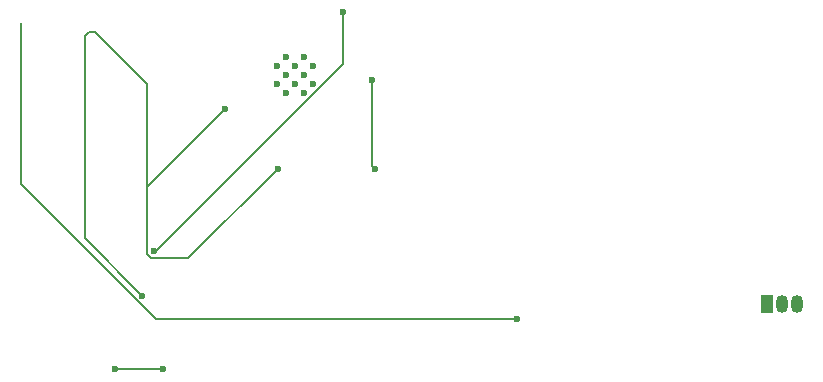
<source format=gbr>
%TF.GenerationSoftware,KiCad,Pcbnew,9.0.0*%
%TF.CreationDate,2025-04-07T09:31:54+05:30*%
%TF.ProjectId,PCB for IoT-based Smart Street Signage,50434220-666f-4722-9049-6f542d626173,rev?*%
%TF.SameCoordinates,Original*%
%TF.FileFunction,Copper,L2,Bot*%
%TF.FilePolarity,Positive*%
%FSLAX46Y46*%
G04 Gerber Fmt 4.6, Leading zero omitted, Abs format (unit mm)*
G04 Created by KiCad (PCBNEW 9.0.0) date 2025-04-07 09:31:54*
%MOMM*%
%LPD*%
G01*
G04 APERTURE LIST*
%TA.AperFunction,ComponentPad*%
%ADD10R,1.050000X1.500000*%
%TD*%
%TA.AperFunction,ComponentPad*%
%ADD11O,1.050000X1.500000*%
%TD*%
%TA.AperFunction,HeatsinkPad*%
%ADD12C,0.600000*%
%TD*%
%TA.AperFunction,ViaPad*%
%ADD13C,0.600000*%
%TD*%
%TA.AperFunction,ViaPad*%
%ADD14C,0.200000*%
%TD*%
%TA.AperFunction,Conductor*%
%ADD15C,0.200000*%
%TD*%
G04 APERTURE END LIST*
D10*
%TO.P,U3,1,~{RST}*%
%TO.N,Net-(U1-EN)*%
X165960000Y-108750000D03*
D11*
%TO.P,U3,2,VDD*%
%TO.N,GND*%
X167230000Y-108750000D03*
%TO.P,U3,3,VSS*%
%TO.N,+5V*%
X168500000Y-108750000D03*
%TD*%
D12*
%TO.P,U1,39,GND*%
%TO.N,GND*%
X124455000Y-88537500D03*
X124455000Y-90062500D03*
X125217500Y-87775000D03*
X125217500Y-89300000D03*
X125217500Y-90825000D03*
X125980000Y-88537500D03*
X125980000Y-90062500D03*
X126742500Y-87775000D03*
X126742500Y-89300000D03*
X126742500Y-90825000D03*
X127505000Y-88537500D03*
X127505000Y-90062500D03*
%TD*%
D13*
%TO.N,GND*%
X114750000Y-114250000D03*
X124500000Y-97250000D03*
X120000000Y-92250000D03*
X113000000Y-108000000D03*
X110750000Y-114250000D03*
%TO.N,Net-(DS1-D{slash}~{C})*%
X132500000Y-89750000D03*
X132750000Y-97250000D03*
%TO.N,Net-(DS1-R{slash}~{W})*%
X114000000Y-104250000D03*
X130000000Y-84000000D03*
%TO.N,Net-(U1-EN)*%
X144750000Y-110000000D03*
D14*
X102750000Y-85000000D03*
%TD*%
D15*
%TO.N,GND*%
X116899000Y-104851000D02*
X124500000Y-97250000D01*
X110750000Y-114250000D02*
X114750000Y-114250000D01*
X108998943Y-85649000D02*
X113399000Y-90049057D01*
X113399000Y-104498943D02*
X113399000Y-98851000D01*
X113751057Y-104851000D02*
X116899000Y-104851000D01*
X108149000Y-86001057D02*
X108501057Y-85649000D01*
X108149000Y-103149000D02*
X108149000Y-86001057D01*
X113399000Y-90049057D02*
X113399000Y-104498943D01*
X108501057Y-85649000D02*
X108998943Y-85649000D01*
X113399000Y-104498943D02*
X113751057Y-104851000D01*
X113000000Y-108000000D02*
X108149000Y-103149000D01*
X113399000Y-98851000D02*
X120000000Y-92250000D01*
%TO.N,Net-(DS1-D{slash}~{C})*%
X132500000Y-89750000D02*
X132500000Y-97000000D01*
X132500000Y-97000000D02*
X132750000Y-97250000D01*
%TO.N,Net-(DS1-R{slash}~{W})*%
X114167443Y-104250000D02*
X130000000Y-88417443D01*
X114000000Y-104250000D02*
X114167443Y-104250000D01*
X130000000Y-88417443D02*
X130000000Y-84000000D01*
%TO.N,Net-(U1-EN)*%
X144750000Y-110000000D02*
X114192484Y-110000000D01*
X102750000Y-98557516D02*
X102750000Y-85000000D01*
X114192484Y-110000000D02*
X102750000Y-98557516D01*
%TD*%
M02*

</source>
